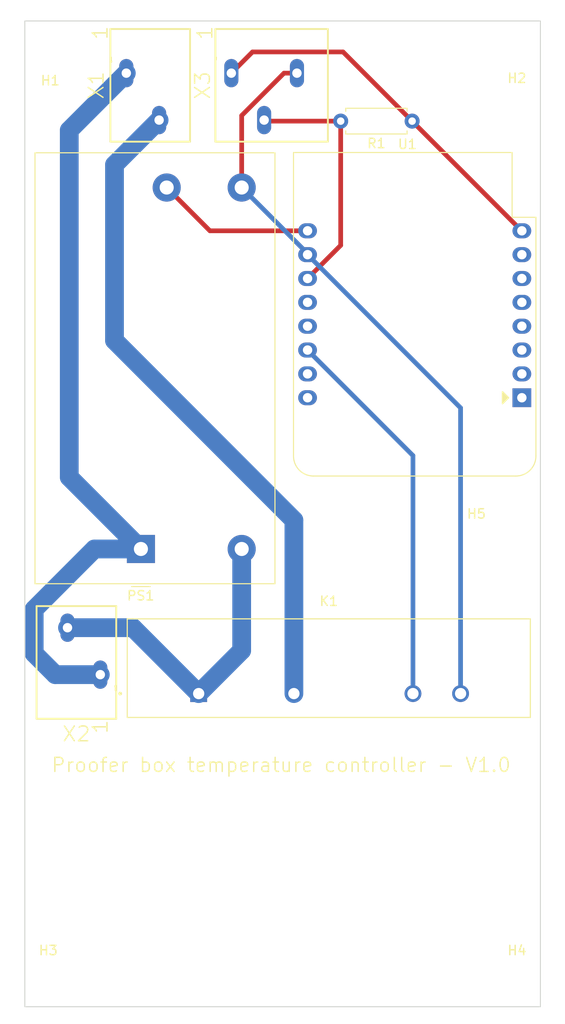
<source format=kicad_pcb>
(kicad_pcb (version 20211014) (generator pcbnew)
  (layers (0 "F.Cu" signal) (31 "B.Cu" signal) (34 "B.Paste" user) (35 "F.Paste" user) (36 "B.SilkS" user "B.Silkscreen") (37 "F.SilkS" user "F.Silkscreen") (38 "B.Mask" user) (39 "F.Mask" user) (44 "Edge.Cuts" user))
  (net 0 "")
  (net 1 "Net-(PS1-Pad4)")
  (net 9 "Net-(R1-Pad1)")
  (net 10 "Net-(R1-Pad2)")
  (net 15 "Net-(PS1-Pad1)")
  (net 16 "Net-(K1-Pad1)")
  (net 17 "Net-(K1-Pad2)")
  (net 18 "Net-(K1-Pad3)")
  (net 19 "Net-(K1-Pad4)")
  (footprint "MountingHole:MountingHole_2.5mm" (layer "F.Cu") (at 213.368 72.312)
    (fp_text reference "H5" (at -4.326 0) (layer "F.SilkS"))
    (fp_text value "MountingHole")
    (pad "" np_thru_hole circle locked (at 0 0) (size 2.5 2.5) (drill 2.5) (layers *.Cu *.Mask))
  )
  (footprint "MountingHole:MountingHole_2.5mm" (layer "F.Cu") (at 213.368 22.312)
    (fp_text reference "H2" (at -0.008 3.596) (layer "F.SilkS"))
    (fp_text value "MountingHole")
    (pad "" np_thru_hole circle locked (at 0 0) (size 2.5 2.5) (drill 2.5) (layers *.Cu *.Mask))
  )
  (footprint "250-202:P-250-202" (layer "F.Cu") (at 174.244 26.67 90)
    (fp_text reference "X1" (at 0 -5.757555 90) (layer "F.SilkS") (effects (font (size 1.576874 1.576874))))
    (fp_text value "250-202")
    (fp_text user "1" (at 5.588 -5.334 90) (layer "F.SilkS") (effects (font (size 1.574843 1.574843))))
    (fp_line (start -6 -4.25) (end -6 4.25) (layer "F.SilkS") (width 0.2))
    (fp_line (start 2.737 -4.1977) (end 2.966 -4.1837) (layer "F.SilkS") (width 0.2))
    (fp_line (start -6 4.25) (end 6 4.25) (layer "F.SilkS") (width 0.2))
    (fp_line (start 6 -4.25) (end -6 -4.25) (layer "F.SilkS") (width 0.2))
    (fp_line (start 6 -4.25) (end 6 4.25) (layer "F.SilkS") (width 0.2))
    (fp_line (start 2.5103 -4.1499) (end 2.737 -4.1977) (layer "F.SilkS") (width 0.2))
    (pad "L1" thru_hole oval locked (at 1.3 -2.55 90) (size 3.016 1.508) (drill 1) (layers *.Cu *.Mask) (net 15 "Net-(PS1-Pad1)"))
    (pad "L2" thru_hole oval locked (at -3.7 0.95 90) (size 3.016 1.508) (drill 1) (layers *.Cu *.Mask) (net 17 "Net-(K1-Pad2)"))
  )
  (footprint "250-203:P-250-203" (layer "F.Cu") (at 187.198 26.67 90)
    (fp_text reference "X3" (at 0 -7.366 90) (layer "F.SilkS") (effects (font (size 1.575669 1.575669))))
    (fp_text value "250-203")
    (fp_text user "1" (at 5.588 -7.112 90) (layer "F.SilkS") (effects (font (size 1.577496 1.577496))))
    (fp_line (start 6 -6) (end -6 -6) (layer "F.SilkS") (width 0.2))
    (fp_line (start 6 -6) (end 6 6) (layer "F.SilkS") (width 0.2))
    (fp_line (start 2.737 -5.9477) (end 2.966 -5.9337) (layer "F.SilkS") (width 0.2))
    (fp_line (start -6 6) (end 6 6) (layer "F.SilkS") (width 0.2))
    (fp_line (start -6 -6) (end -6 6) (layer "F.SilkS") (width 0.2))
    (pad "L1" thru_hole oval locked (at 1.3 -4.3 90) (size 3.016 1.508) (drill 1) (layers *.Cu *.Mask) (net 9 "Net-(R1-Pad1)"))
    (pad "L2" thru_hole oval locked (at -3.7 -0.8 90) (size 3.016 1.508) (drill 1) (layers *.Cu *.Mask) (net 10 "Net-(R1-Pad2)"))
    (pad "L3" thru_hole oval locked (at 1.3 2.7 90) (size 3.016 1.508) (drill 1) (layers *.Cu *.Mask) (net 19 "Net-(K1-Pad4)"))
  )
  (footprint "Resistor_THT:R_Axial_DIN0207_L6.3mm_D2.5mm_P7.62mm_Horizontal" (layer "F.Cu") (at 202.184 30.48 180)
    (fp_text reference "R1" (at 3.81 -2.37) (layer "F.SilkS"))
    (fp_text value "4.7k")
    (fp_line (start 7.08 -1.37) (end 7.08 -1.04) (layer "F.SilkS") (width 0.12))
    (fp_line (start 0.54 -1.37) (end 7.08 -1.37) (layer "F.SilkS") (width 0.12))
    (fp_line (start 0.54 1.37) (end 7.08 1.37) (layer "F.SilkS") (width 0.12))
    (fp_line (start 0.54 1.04) (end 0.54 1.37) (layer "F.SilkS") (width 0.12))
    (fp_line (start 0.54 -1.04) (end 0.54 -1.37) (layer "F.SilkS") (width 0.12))
    (fp_line (start 7.08 1.37) (end 7.08 1.04) (layer "F.SilkS") (width 0.12))
    (pad "1" thru_hole circle (at 0 0 180) (size 1.6 1.6) (drill 0.8) (layers *.Cu *.Mask) (net 9 "Net-(R1-Pad1)"))
    (pad "2" thru_hole oval (at 7.62 0 180) (size 1.6 1.6) (drill 0.8) (layers *.Cu *.Mask) (net 10 "Net-(R1-Pad2)"))
  )
  (footprint "RP1A23D5:RELAY_RP1A23D5" (layer "F.Cu") (at 193.294 88.746)
    (fp_text reference "K1" (at 0 -7.135) (layer "F.SilkS"))
    (fp_text value "RP1A23D5")
    (fp_line (start -21.5 5.25) (end -21.5 -5.25) (layer "F.SilkS") (width 0.127))
    (fp_line (start -21.5 -5.25) (end 21.5 -5.25) (layer "F.SilkS") (width 0.127))
    (fp_line (start 21.5 5.25) (end -21.5 5.25) (layer "F.SilkS") (width 0.127))
    (fp_line (start 21.5 -5.25) (end 21.5 5.25) (layer "F.SilkS") (width 0.127))
    (fp_circle (center -22.25 2.71) (end -22.15 2.71) (layer "F.SilkS") (width 0.2) (fill none))
    (pad "1" thru_hole rect locked (at -13.88 2.71) (size 1.8 1.8) (drill 1.2) (layers *.Cu *.Mask) (net 16 "Net-(K1-Pad1)"))
    (pad "2" thru_hole circle locked (at -3.72 2.71) (size 1.8 1.8) (drill 1.2) (layers *.Cu *.Mask) (net 17 "Net-(K1-Pad2)"))
    (pad "3" thru_hole circle locked (at 8.98 2.71) (size 1.8 1.8) (drill 1.2) (layers *.Cu *.Mask) (net 18 "Net-(K1-Pad3)"))
    (pad "4" thru_hole circle locked (at 14.06 2.71) (size 1.8 1.8) (drill 1.2) (layers *.Cu *.Mask) (net 19 "Net-(K1-Pad4)"))
  )
  (footprint "MountingHole:MountingHole_2.5mm" (layer "F.Cu") (at 213.368 122.312)
    (fp_text reference "H4" (at 0 -3.5) (layer "F.SilkS"))
    (fp_text value "MountingHole")
    (pad "" np_thru_hole circle locked (at 0 0) (size 2.5 2.5) (drill 2.5) (layers *.Cu *.Mask))
  )
  (footprint "250-202:P-250-202" (layer "F.Cu") (at 166.37 88.138 -90)
    (fp_text reference "X2" (at 7.62 0 -180) (layer "F.SilkS") (effects (font (size 1.576874 1.576874))))
    (fp_text value "250-202")
    (fp_text user "1" (at 6.858 -2.54 -90) (layer "F.SilkS") (effects (font (size 1.574843 1.574843))))
    (fp_line (start 2.5103 -4.1499) (end 2.737 -4.1977) (layer "F.SilkS") (width 0.2))
    (fp_line (start 6 -4.25) (end -6 -4.25) (layer "F.SilkS") (width 0.2))
    (fp_line (start -6 4.25) (end 6 4.25) (layer "F.SilkS") (width 0.2))
    (fp_line (start -6 -4.25) (end -6 4.25) (layer "F.SilkS") (width 0.2))
    (fp_line (start 2.737 -4.1977) (end 2.966 -4.1837) (layer "F.SilkS") (width 0.2))
    (fp_line (start 6 -4.25) (end 6 4.25) (layer "F.SilkS") (width 0.2))
    (pad "L1" thru_hole oval locked (at 1.3 -2.55 270) (size 3.016 1.508) (drill 1) (layers *.Cu *.Mask) (net 15 "Net-(PS1-Pad1)"))
    (pad "L2" thru_hole oval locked (at -3.7 0.95 270) (size 3.016 1.508) (drill 1) (layers *.Cu *.Mask) (net 16 "Net-(K1-Pad1)"))
  )
  (footprint "Module:WEMOS_D1_mini_light" (layer "F.Cu") (at 213.891 59.944 180)
    (fp_text reference "U1" (at 12.215 27) (layer "F.SilkS"))
    (fp_text value "WeMos_D1_mini")
    (fp_line (start 1.04 19.22) (end 1.04 26.12) (layer "F.SilkS") (width 0.12))
    (fp_line (start -1.5 19.22) (end 1.04 19.22) (layer "F.SilkS") (width 0.12))
    (fp_line (start 24.36 26.12) (end 24.36 -6.21) (layer "F.SilkS") (width 0.12))
    (fp_line (start 22.24 -8.34) (end 0.63 -8.34) (layer "F.SilkS") (width 0.12))
    (fp_line (start -1.5 19.22) (end -1.5 -6.21) (layer "F.SilkS") (width 0.12))
    (fp_line (start 1.04 26.12) (end 24.36 26.12) (layer "F.SilkS") (width 0.12))
    (fp_arc (start 22.23 -8.34) (mid 23.736137 -7.716137) (end 24.36 -6.21) (layer "F.SilkS") (width 0.12))
    (fp_arc (start -1.5 -6.21) (mid -0.876137 -7.716137) (end 0.63 -8.34) (layer "F.SilkS") (width 0.12))
    (fp_poly (pts (xy 2.065 -0.635) (xy 2.065 0.635) (xy 1.43 0)) (layer "F.SilkS") (width 0.15) (fill solid))
    (pad "1" thru_hole rect (at 0 0 180) (size 2 2) (drill 1) (layers *.Cu *.Mask))
    (pad "2" thru_hole oval (at 0 2.54 180) (size 2 1.6) (drill 1) (layers *.Cu *.Mask))
    (pad "3" thru_hole oval (at 0 5.08 180) (size 2 1.6) (drill 1) (layers *.Cu *.Mask))
    (pad "4" thru_hole oval (at 0 7.62 180) (size 2 1.6) (drill 1) (layers *.Cu *.Mask))
    (pad "5" thru_hole oval (at 0 10.16 180) (size 2 1.6) (drill 1) (layers *.Cu *.Mask))
    (pad "6" thru_hole oval (at 0 12.7 180) (size 2 1.6) (drill 1) (layers *.Cu *.Mask))
    (pad "7" thru_hole oval (at 0 15.24 180) (size 2 1.6) (drill 1) (layers *.Cu *.Mask))
    (pad "8" thru_hole oval (at 0 17.78 180) (size 2 1.6) (drill 1) (layers *.Cu *.Mask) (net 9 "Net-(R1-Pad1)"))
    (pad "9" thru_hole oval (at 22.86 17.78 180) (size 2 1.6) (drill 1) (layers *.Cu *.Mask) (net 1 "Net-(PS1-Pad4)"))
    (pad "10" thru_hole oval (at 22.86 15.24 180) (size 2 1.6) (drill 1) (layers *.Cu *.Mask) (net 19 "Net-(K1-Pad4)"))
    (pad "11" thru_hole oval (at 22.86 12.7 180) (size 2 1.6) (drill 1) (layers *.Cu *.Mask) (net 10 "Net-(R1-Pad2)"))
    (pad "12" thru_hole oval (at 22.86 10.16 180) (size 2 1.6) (drill 1) (layers *.Cu *.Mask))
    (pad "13" thru_hole oval (at 22.86 7.62 180) (size 2 1.6) (drill 1) (layers *.Cu *.Mask))
    (pad "14" thru_hole oval (at 22.86 5.08 180) (size 2 1.6) (drill 1) (layers *.Cu *.Mask) (net 18 "Net-(K1-Pad3)"))
    (pad "15" thru_hole oval (at 22.86 2.54 180) (size 2 1.6) (drill 1) (layers *.Cu *.Mask))
    (pad "16" thru_hole oval (at 22.86 0 180) (size 2 1.6) (drill 1) (layers *.Cu *.Mask))
  )
  (footprint "MountingHole:MountingHole_2.5mm" (layer "F.Cu") (at 163.368 122.312)
    (fp_text reference "H3" (at 0 -3.5) (layer "F.SilkS"))
    (fp_text value "MountingHole")
    (pad "" np_thru_hole circle locked (at 0 0) (size 2.5 2.5) (drill 2.5) (layers *.Cu *.Mask))
  )
  (footprint "Converter_ACDC:Converter_ACDC_MeanWell_IRM-05-xx_THT" (layer "F.Cu") (at 173.252 76.0535 90)
    (fp_text reference "PS1" (at -4.9725 -0.024 180) (layer "F.SilkS"))
    (fp_text value "IRM-05-5")
    (fp_line (start -4 -1) (end -4 1) (layer "F.SilkS") (width 0.12))
    (fp_line (start 42.2 -11.3) (end 42.2 14.3) (layer "F.SilkS") (width 0.12))
    (fp_line (start -3.7 -11.3) (end 42.2 -11.3) (layer "F.SilkS") (width 0.12))
    (fp_line (start -3.7 14.3) (end 42.2 14.3) (layer "F.SilkS") (width 0.12))
    (fp_line (start -3.7 -11.3) (end -3.7 14.3) (layer "F.SilkS") (width 0.12))
    (pad "1" thru_hole rect (at 0 0 90) (size 3 3) (drill 1.5) (layers *.Cu *.Mask) (net 15 "Net-(PS1-Pad1)"))
    (pad "2" thru_hole circle (at 0 10.75 90) (size 3 3) (drill 1.5) (layers *.Cu *.Mask) (net 16 "Net-(K1-Pad1)"))
    (pad "3" thru_hole circle (at 38.5 10.75 90) (size 3 3) (drill 1.5) (layers *.Cu *.Mask) (net 19 "Net-(K1-Pad4)"))
    (pad "4" thru_hole circle (at 38.5 2.75 90) (size 3 3) (drill 1.5) (layers *.Cu *.Mask) (net 1 "Net-(PS1-Pad4)"))
  )
  (footprint "MountingHole:MountingHole_2.5mm" (layer "F.Cu") (at 163.576 22.606)
    (fp_text reference "H1" (at 0 3.556) (layer "F.SilkS"))
    (fp_text value "MountingHole")
    (pad "" np_thru_hole circle locked (at 0 0) (size 2.5 2.5) (drill 2.5) (layers *.Cu *.Mask))
  )
  (gr_rect locked (start 160.868 19.812) (end 215.868 124.812) (layer "Edge.Cuts") (width 0.1) (fill none))
  (gr_text "Proofer box temperature controller - V1.0" (at 188.214 99.06) (layer "F.SilkS") (effects (font (size 1.5 1.5))))
  (segment (start 191.031 42.164) (end 180.6125 42.164) (width 0.5) (layer "F.Cu") (net 1))
  (segment (start 180.6125 42.164) (end 176.002 37.5535) (width 0.5) (layer "F.Cu") (net 1))
  (segment (start 194.816 23.112) (end 202.184 30.48) (width 0.5) (layer "F.Cu") (net 9))
  (segment (start 213.891 42.164) (end 213.868 42.164) (width 0.5) (layer "F.Cu") (net 9))
  (segment (start 185.156 23.112) (end 194.816 23.112) (width 0.5) (layer "F.Cu") (net 9))
  (segment (start 213.868 42.164) (end 202.184 30.48) (width 0.5) (layer "F.Cu") (net 9))
  (segment (start 182.898 25.37) (end 185.156 23.112) (width 0.5) (layer "F.Cu") (net 9))
  (segment (start 186.508 30.48) (end 186.398 30.37) (width 0.5) (layer "F.Cu") (net 10))
  (segment (start 191.031 47.244) (end 194.564 43.711) (width 0.5) (layer "F.Cu") (net 10))
  (segment (start 194.564 43.711) (end 194.564 30.48) (width 0.5) (layer "F.Cu") (net 10))
  (segment (start 194.564 30.48) (end 186.508 30.48) (width 0.5) (layer "F.Cu") (net 10))
  (segment (start 165.608 31.456) (end 171.694 25.37) (width 2) (layer "B.Cu") (net 15))
  (segment (start 168.92 89.438) (end 164.114 89.438) (width 2) (layer "B.Cu") (net 15))
  (segment (start 161.868 87.192) (end 161.868 82.48) (width 2) (layer "B.Cu") (net 15))
  (segment (start 168.2945 76.0535) (end 173.252 76.0535) (width 2) (layer "B.Cu") (net 15))
  (segment (start 164.114 89.438) (end 161.868 87.192) (width 2) (layer "B.Cu") (net 15))
  (segment (start 165.608 68.4095) (end 165.608 31.456) (width 2) (layer "B.Cu") (net 15))
  (segment (start 161.868 82.48) (end 168.2945 76.0535) (width 2) (layer "B.Cu") (net 15))
  (segment (start 173.252 76.0535) (end 165.608 68.4095) (width 2) (layer "B.Cu") (net 15))
  (segment (start 172.396 84.438) (end 179.414 91.456) (width 2) (layer "B.Cu") (net 16))
  (segment (start 184.002 76.0535) (end 184.002 86.868) (width 2) (layer "B.Cu") (net 16))
  (segment (start 184.002 86.868) (end 179.414 91.456) (width 2) (layer "B.Cu") (net 16))
  (segment (start 165.42 84.438) (end 172.396 84.438) (width 2) (layer "B.Cu") (net 16))
  (segment (start 170.434 35.13) (end 170.434 53.848) (width 2) (layer "B.Cu") (net 17))
  (segment (start 189.574 72.988) (end 189.574 91.456) (width 2) (layer "B.Cu") (net 17))
  (segment (start 175.194 30.37) (end 170.434 35.13) (width 2) (layer "B.Cu") (net 17))
  (segment (start 170.434 53.848) (end 189.574 72.988) (width 2) (layer "B.Cu") (net 17))
  (segment (start 191.031 54.864) (end 202.274 66.107) (width 0.5) (layer "B.Cu") (net 18))
  (segment (start 202.274 66.107) (end 202.274 91.456) (width 0.5) (layer "B.Cu") (net 18))
  (segment (start 188.517023 25.37) (end 184.002 29.885023) (width 0.5) (layer "F.Cu") (net 19))
  (segment (start 189.898 25.37) (end 188.517023 25.37) (width 0.5) (layer "F.Cu") (net 19))
  (segment (start 184.002 29.885023) (end 184.002 37.5535) (width 0.5) (layer "F.Cu") (net 19))
  (segment (start 191.031 44.5825) (end 191.031 44.704) (width 0.5) (layer "B.Cu") (net 19))
  (segment (start 184.002 37.5535) (end 191.031 44.5825) (width 0.5) (layer "B.Cu") (net 19))
  (segment (start 191.031 44.704) (end 207.354 61.027) (width 0.5) (layer "B.Cu") (net 19))
  (segment (start 207.354 61.027) (end 207.354 91.456) (width 0.5) (layer "B.Cu") (net 19))
)
</source>
